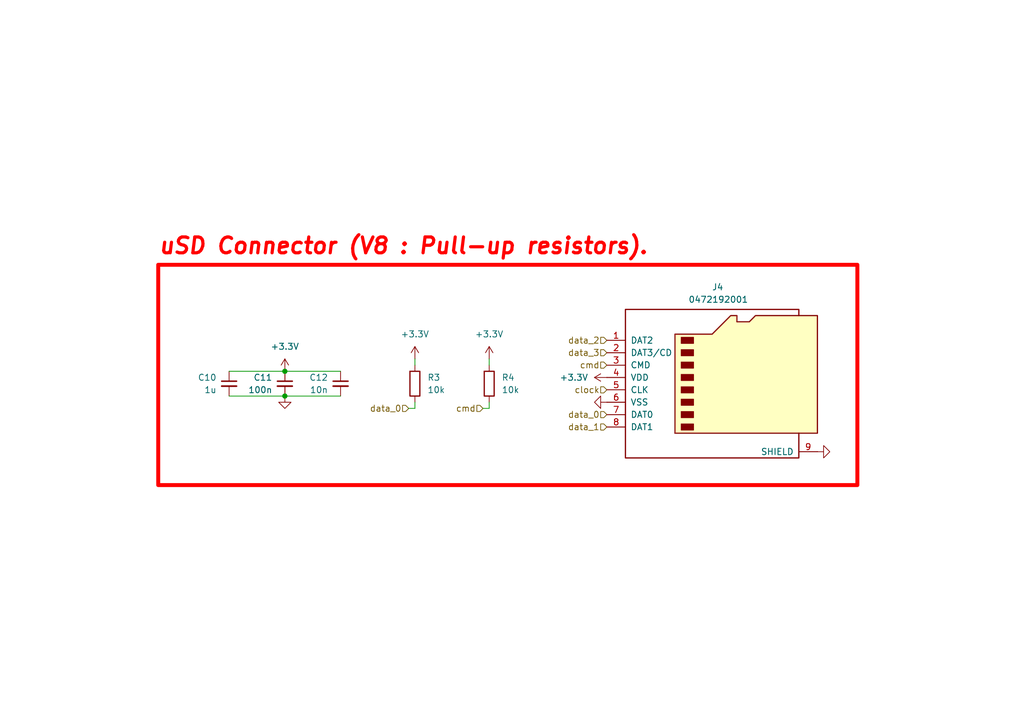
<source format=kicad_sch>
(kicad_sch (version 20250114) (generator "eeschema") (generator_version "9.0")
  (paper "A5")
  (lib_symbols
    (symbol "Connector:Micro_SD_Card" (pin_names (offset 1.016))
      (property "Reference" "J" (at -16.51 15.24 0))
      (property "Value" "Micro_SD_Card" (at 16.51 15.24 0))
      (symbol "Micro_SD_Card_0_1"
        (polyline (pts (xy -8.89 -11.43) (xy -8.89 8.89) (xy -1.27 8.89) (xy 2.54 12.7) (xy 3.81 12.7) (xy 3.81 11.43) (xy 6.35 11.43) (xy 7.62 12.7) (xy 20.32 12.7) (xy 20.32 -11.43) (xy -8.89 -11.43)) (stroke (width 0.254)) (fill (type background)))
        (rectangle (start -7.62 8.255) (end -5.08 6.985) (fill (type outline)))
        (rectangle (start -7.62 5.715) (end -5.08 4.445) (fill (type outline)))
        (rectangle (start -7.62 3.175) (end -5.08 1.905) (fill (type outline)))
        (rectangle (start -7.62 0.635) (end -5.08 -0.635) (fill (type outline)))
        (rectangle (start -7.62 -1.905) (end -5.08 -3.175) (fill (type outline)))
        (rectangle (start -7.62 -4.445) (end -5.08 -5.715) (fill (type outline)))
        (rectangle (start -7.62 -6.985) (end -5.08 -8.255) (fill (type outline)))
        (rectangle (start -7.62 -9.525) (end -5.08 -10.795) (fill (type outline)))
        (polyline (pts (xy 16.51 12.7) (xy 16.51 13.97) (xy -19.05 13.97) (xy -19.05 -16.51) (xy 16.51 -16.51) (xy 16.51 -11.43)) (stroke (width 0.254)))
      )
      (symbol "Micro_SD_Card_1_1"
        (pin bidirectional line (at -22.86 7.62 0) (length 3.81) (name "DAT2") (number "1"))
        (pin bidirectional line (at -22.86 5.08 0) (length 3.81) (name "DAT3/CD") (number "2"))
        (pin input line (at -22.86 2.54 0) (length 3.81) (name "CMD") (number "3"))
        (pin power_in line (at -22.86 0 0) (length 3.81) (name "VDD") (number "4"))
        (pin input line (at -22.86 -2.54 0) (length 3.81) (name "CLK") (number "5"))
        (pin power_in line (at -22.86 -5.08 0) (length 3.81) (name "VSS") (number "6"))
        (pin bidirectional line (at -22.86 -7.62 0) (length 3.81) (name "DAT0") (number "7"))
        (pin bidirectional line (at -22.86 -10.16 0) (length 3.81) (name "DAT1") (number "8"))
        (pin passive line (at 20.32 -15.24 180) (length 3.81) (name "SHIELD") (number "9"))
      )
    )
    (symbol "Device:C_Small" (pin_numbers (hide yes)) (pin_names (offset 0.254) (hide yes))
      (property "Reference" "C" (at 0.254 1.778 0))
      (property "Value" "C_Small" (at 0.254 -2.032 0))
      (symbol "C_Small_0_1"
        (polyline (pts (xy -1.524 0.508) (xy 1.524 0.508)) (stroke (width 0.3048)))
        (polyline (pts (xy -1.524 -0.508) (xy 1.524 -0.508)) (stroke (width 0.3302)))
      )
      (symbol "C_Small_1_1"
        (pin passive line (at 0 2.54 270) (length 2.032) (name "~") (number "1"))
        (pin passive line (at 0 -2.54 90) (length 2.032) (name "~") (number "2"))
      )
    )
    (symbol "Device:R" (pin_numbers (hide yes)) (pin_names (offset 0))
      (property "Reference" "R" (at 2.032 0 90))
      (property "Value" "R" (at 0 0 90))
      (symbol "R_0_1"
        (rectangle (start -1.016 -2.54) (end 1.016 2.54) (stroke (width 0.254)))
      )
      (symbol "R_1_1"
        (pin passive line (at 0 3.81 270) (length 1.27) (name "~") (number "1"))
        (pin passive line (at 0 -3.81 90) (length 1.27) (name "~") (number "2"))
      )
    )
    (symbol "power:+3.3V" (power) (pin_numbers (hide yes)) (pin_names (offset 0) (hide yes))
      (property "Value" "+3.3V" (at 0 3.556 0))
      (symbol "+3.3V_0_1"
        (polyline (pts (xy -0.762 1.27) (xy 0 2.54)))
        (polyline (pts (xy 0 2.54) (xy 0.762 1.27)))
        (polyline (pts (xy 0 0) (xy 0 2.54)))
      )
      (symbol "+3.3V_1_1"
        (pin power_in line (at 0 0 90) (length 0) (name "~") (number "1"))
      )
    )
    (symbol "power:GND" (power) (pin_numbers (hide yes)) (pin_names (offset 0) (hide yes))
      (property "Value" "GND" (at 0 -3.81 0))
      (symbol "GND_0_1"
        (polyline (pts (xy 0 0) (xy 0 -1.27) (xy 1.27 -1.27) (xy 0 -2.54) (xy -1.27 -1.27) (xy 0 -1.27)))
      )
      (symbol "GND_1_1"
        (pin power_in line (at 0 0 270) (length 0) (name "~") (number "1"))
      )
    )
  )
  (rectangle (start 32.4485 54.3407) (end 175.8315 99.5527) (stroke (width 0.8128) (color 255 0 0 1)))
  (text "uSD Connector (V8 : Pull-up resistors)." (at 32.3215 52.5627 0) (effects (font (size 3.2512 3.2512) (thickness 0.6502) (bold yes) (italic yes)) (justify left bottom)))
  (junction (at 58.42 76.2))
  (junction (at 58.42 81.28))
  (wire (pts (xy 58.42 81.28) (xy 46.99 81.28)))
  (wire (pts (xy 58.42 76.2) (xy 69.85 76.2)))
  (wire (pts (xy 58.42 81.28) (xy 69.85 81.28)))
  (wire (pts (xy 85.09 73.66) (xy 85.09 74.93)))
  (wire (pts (xy 100.33 82.55) (xy 100.33 83.82)))
  (wire (pts (xy 100.33 73.66) (xy 100.33 74.93)))
  (wire (pts (xy 85.09 82.55) (xy 85.09 83.82)))
  (wire (pts (xy 46.99 76.2) (xy 58.42 76.2)))
  (wire (pts (xy 83.82 83.82) (xy 85.09 83.82)))
  (wire (pts (xy 99.06 83.82) (xy 100.33 83.82)))
  (hierarchical_label "data_2" (shape input) (at 124.46 69.85 180))
  (hierarchical_label "clock" (shape input) (at 124.46 80.01 180))
  (hierarchical_label "data_1" (shape input) (at 124.46 87.63 180))
  (hierarchical_label "cmd" (shape input) (at 124.46 74.93 180))
  (hierarchical_label "data_0" (shape input) (at 124.46 85.09 180))
  (hierarchical_label "cmd" (shape input) (at 99.06 83.82 180))
  (hierarchical_label "data_0" (shape input) (at 83.82 83.82 180))
  (hierarchical_label "data_3" (shape input) (at 124.46 72.39 180))
  (symbol (lib_id "power:+3.3V") (at 124.46 77.47 90) (unit 1)
    (property "Reference" "#PWR027" (effects (hide yes)))
    (property "Value" "+3.3V" (at 120.65 77.4699 90) (effects (justify left)))
    (property "Description" "Power symbol creates a global label with name \"+3.3V\"" (effects (hide yes)))
    (instances (project "" (path "" (reference "#PWR027") (unit 1))) (project "MainCameraSystem" (path "" (reference "#PWR054") (unit 1))))
  )
  (symbol (lib_id "power:+3.3V") (at 100.33 73.66 0) (unit 1)
    (property "Reference" "#PWR026" (effects (hide yes)))
    (property "Value" "+3.3V" (at 100.33 68.58 0))
    (property "Description" "Power symbol creates a global label with name \"+3.3V\"" (effects (hide yes)))
    (instances (project "" (path "" (reference "#PWR026") (unit 1))) (project "MainCameraSystem" (path "" (reference "#PWR056") (unit 1))))
  )
  (symbol (lib_id "Device:R") (at 100.33 78.74 0) (mirror y) (unit 1)
    (property "Reference" "R4" (at 102.87 77.4699 0) (effects (justify right)))
    (property "Value" "10k" (at 102.87 80.0099 0) (effects (justify right)))
    (property "Footprint" "Resistor_SMD:R_1206_3216Metric_Pad1.30x1.75mm_HandSolder" (effects (hide yes)))
    (property "Description" "Resistor" (effects (hide yes)))
    (instances (project "" (path "" (reference "R4") (unit 1))) (project "MainCameraSystem" (path "" (reference "R12") (unit 1))))
  )
  (symbol (lib_id "Device:C_Small") (at 46.99 78.74 0) (mirror y) (unit 1)
    (property "Reference" "C10" (at 44.45 77.4762 0) (effects (justify left)))
    (property "Value" "1u" (at 44.45 80.0162 0) (effects (justify left)))
    (property "Footprint" "Capacitor_SMD:C_1206_3216Metric_Pad1.33x1.80mm_HandSolder" (effects (hide yes)))
    (property "Description" "Unpolarized capacitor, small symbol" (effects (hide yes)))
    (instances (project "" (path "" (reference "C10") (unit 1))) (project "MainCameraSystem" (path "" (reference "C24") (unit 1))))
  )
  (symbol (lib_id "Device:C_Small") (at 58.42 78.74 0) (mirror y) (unit 1)
    (property "Reference" "C11" (at 55.88 77.4762 0) (effects (justify left)))
    (property "Value" "100n" (at 55.88 80.0162 0) (effects (justify left)))
    (property "Footprint" "Capacitor_SMD:C_1206_3216Metric_Pad1.33x1.80mm_HandSolder" (effects (hide yes)))
    (property "Description" "Unpolarized capacitor, small symbol" (effects (hide yes)))
    (instances (project "" (path "" (reference "C11") (unit 1))) (project "MainCameraSystem" (path "" (reference "C25") (unit 1))))
  )
  (symbol (lib_id "Connector:Micro_SD_Card") (at 147.32 77.47 0) (unit 1)
    (property "Reference" "J4" (at 147.193 58.928 0))
    (property "Value" "0472192001" (at 147.32 61.468 0))
    (property "Footprint" "pcb:microSD_HC_Molex_47219-2001" (effects (hide yes)))
    (property "Datasheet" "https://www.we-online.com/components/products/datasheet/693072010801.pdf" (effects (hide yes)))
    (property "Description" "Micro SD Card Socket" (effects (hide yes)))
    (instances (project "" (path "" (reference "J4") (unit 1))) (project "MainCameraSystem" (path "" (reference "J3") (unit 1))))
  )
  (symbol (lib_id "power:GND") (at 58.42 81.28 0) (unit 1)
    (property "Reference" "#PWR024" (effects (hide yes)))
    (property "Value" "GND" (effects (hide yes)))
    (property "Description" "Power symbol creates a global label with name \"GND\" , ground" (effects (hide yes)))
    (instances (project "" (path "" (reference "#PWR024") (unit 1))) (project "MainCameraSystem" (path "" (reference "#PWR049") (unit 1))))
  )
  (symbol (lib_id "power:+3.3V") (at 58.42 76.2 0) (unit 1)
    (property "Reference" "#PWR023" (effects (hide yes)))
    (property "Value" "+3.3V" (at 58.42 71.12 0))
    (property "Description" "Power symbol creates a global label with name \"+3.3V\"" (effects (hide yes)))
    (instances (project "" (path "" (reference "#PWR023") (unit 1))) (project "MainCameraSystem" (path "" (reference "#PWR048") (unit 1))))
  )
  (symbol (lib_id "power:GND") (at 124.46 82.55 270) (unit 1)
    (property "Reference" "#PWR028" (effects (hide yes)))
    (property "Value" "GND" (effects (hide yes)))
    (property "Description" "Power symbol creates a global label with name \"GND\" , ground" (effects (hide yes)))
    (instances (project "" (path "" (reference "#PWR028") (unit 1))) (project "MainCameraSystem" (path "" (reference "#PWR053") (unit 1))))
  )
  (symbol (lib_id "power:+3.3V") (at 85.09 73.66 0) (unit 1)
    (property "Reference" "#PWR025" (effects (hide yes)))
    (property "Value" "+3.3V" (at 85.09 68.58 0))
    (property "Description" "Power symbol creates a global label with name \"+3.3V\"" (effects (hide yes)))
    (instances (project "" (path "" (reference "#PWR025") (unit 1))) (project "MainCameraSystem" (path "" (reference "#PWR055") (unit 1))))
  )
  (symbol (lib_id "power:GND") (at 167.64 92.71 90) (unit 1)
    (property "Reference" "#PWR029" (effects (hide yes)))
    (property "Value" "GND" (effects (hide yes)))
    (property "Description" "Power symbol creates a global label with name \"GND\" , ground" (effects (hide yes)))
    (instances (project "" (path "" (reference "#PWR029") (unit 1))) (project "MainCameraSystem" (path "" (reference "#PWR050") (unit 1))))
  )
  (symbol (lib_id "Device:R") (at 85.09 78.74 0) (mirror y) (unit 1)
    (property "Reference" "R3" (at 87.63 77.4699 0) (effects (justify right)))
    (property "Value" "10k" (at 87.63 80.0099 0) (effects (justify right)))
    (property "Footprint" "Resistor_SMD:R_1206_3216Metric_Pad1.30x1.75mm_HandSolder" (effects (hide yes)))
    (property "Description" "Resistor" (effects (hide yes)))
    (instances (project "" (path "" (reference "R3") (unit 1))) (project "MainCameraSystem" (path "" (reference "R11") (unit 1))))
  )
  (symbol (lib_id "Device:C_Small") (at 69.85 78.74 0) (mirror y) (unit 1)
    (property "Reference" "C12" (at 67.31 77.4762 0) (effects (justify left)))
    (property "Value" "10n" (at 67.31 80.0162 0) (effects (justify left)))
    (property "Footprint" "Capacitor_SMD:C_1206_3216Metric_Pad1.33x1.80mm_HandSolder" (effects (hide yes)))
    (property "Description" "Unpolarized capacitor, small symbol" (effects (hide yes)))
    (instances (project "" (path "" (reference "C12") (unit 1))) (project "MainCameraSystem" (path "" (reference "C26") (unit 1))))
  )
)
</source>
